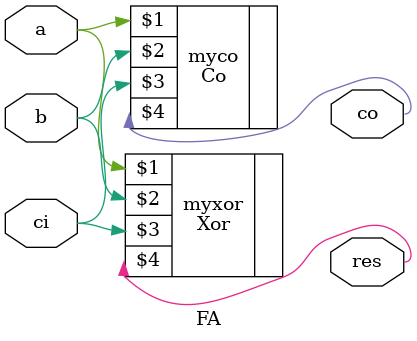
<source format=v>
module FA(a, b, ci, co, res);input a, b, ci;output co, res;Xor myxor(a, b, ci, res);Co myco(a, b, ci, co);endmodule

</source>
